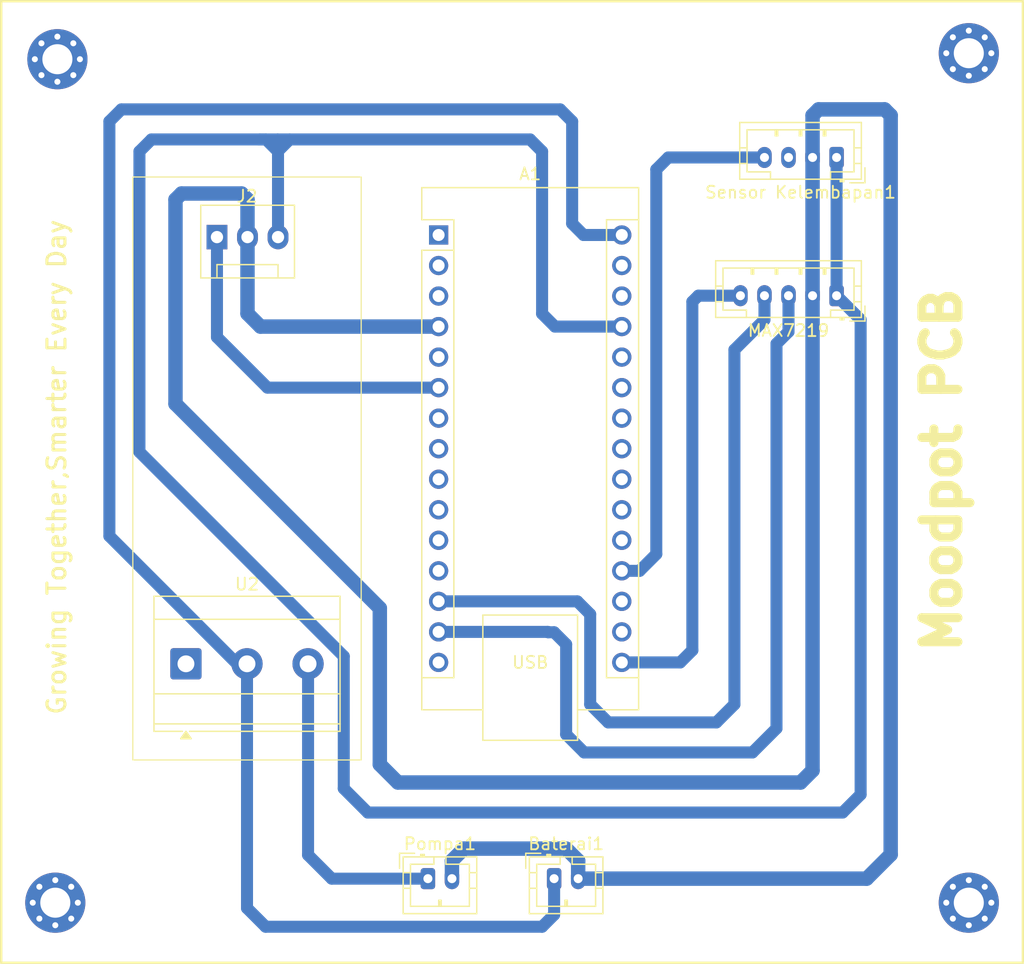
<source format=kicad_pcb>
(kicad_pcb (version 20241229) (generator "pcbnew") (generator_version "9.0")
  (layers (0 "F.Cu" signal) (2 "B.Cu" signal) (13 "F.Paste" user) (15 "B.Paste" user) (5 "F.SilkS" user "F.Silkscreen") (7 "B.SilkS" user "B.Silkscreen") (1 "F.Mask" user) (3 "B.Mask" user) (25 "Edge.Cuts" user))
  (net 0 "")
  (net 9 "DIN")
  (net 10 "A0")
  (net 11 "GND")
  (net 15 "D3")
  (net 17 "CLK")
  (net 23 "CS")
  (net 29 "VCC")
  (net 30 "RELAY_OUT")
  (net 33 "VBATT")
  (footprint "Connector_JST:JST_PH_B4B-PH-K_1x04_P2.00mm_Vertical" (layer "F.Cu") (at 232.5 43.5 180)
    (property "Reference" "Sensor Kelembapan1" (at 3 -2.9 0) (layer "F.SilkS"))
    (property "Value" "~")
    (fp_line (start 8.06 2.91) (end 8.06 -1.81) (stroke (width 0.12)) (layer "F.SilkS"))
    (fp_line (start 8.06 0.8) (end 7.45 0.8) (stroke (width 0.12)) (layer "F.SilkS"))
    (fp_line (start 8.06 -0.5) (end 7.45 -0.5) (stroke (width 0.12)) (layer "F.SilkS"))
    (fp_line (start 8.06 -1.81) (end -2.06 -1.81) (stroke (width 0.12)) (layer "F.SilkS"))
    (fp_line (start 7.45 2.3) (end 7.45 -1.2) (stroke (width 0.12)) (layer "F.SilkS"))
    (fp_line (start 7.45 -1.2) (end 5.5 -1.2) (stroke (width 0.12)) (layer "F.SilkS"))
    (fp_line (start 5.5 -1.2) (end 5.5 -1.81) (stroke (width 0.12)) (layer "F.SilkS"))
    (fp_line (start 5.1 1.8) (end 5.1 2.3) (stroke (width 0.12)) (layer "F.SilkS"))
    (fp_line (start 5 2.3) (end 5 1.8) (stroke (width 0.12)) (layer "F.SilkS"))
    (fp_line (start 4.9 2.3) (end 4.9 1.8) (stroke (width 0.12)) (layer "F.SilkS"))
    (fp_line (start 4.9 1.8) (end 5.1 1.8) (stroke (width 0.12)) (layer "F.SilkS"))
    (fp_line (start 3.1 1.8) (end 3.1 2.3) (stroke (width 0.12)) (layer "F.SilkS"))
    (fp_line (start 3 2.3) (end 3 1.8) (stroke (width 0.12)) (layer "F.SilkS"))
    (fp_line (start 2.9 2.3) (end 2.9 1.8) (stroke (width 0.12)) (layer "F.SilkS"))
    (fp_line (start 2.9 1.8) (end 3.1 1.8) (stroke (width 0.12)) (layer "F.SilkS"))
    (fp_line (start 1.1 1.8) (end 1.1 2.3) (stroke (width 0.12)) (layer "F.SilkS"))
    (fp_line (start 1 2.3) (end 1 1.8) (stroke (width 0.12)) (layer "F.SilkS"))
    (fp_line (start 0.9 2.3) (end 0.9 1.8) (stroke (width 0.12)) (layer "F.SilkS"))
    (fp_line (start 0.9 1.8) (end 1.1 1.8) (stroke (width 0.12)) (layer "F.SilkS"))
    (fp_line (start 0.5 -1.2) (end -1.45 -1.2) (stroke (width 0.12)) (layer "F.SilkS"))
    (fp_line (start 0.5 -1.81) (end 0.5 -1.2) (stroke (width 0.12)) (layer "F.SilkS"))
    (fp_line (start -0.3 -1.81) (end -0.3 -2.01) (stroke (width 0.12)) (layer "F.SilkS"))
    (fp_line (start -0.3 -1.91) (end -0.6 -1.91) (stroke (width 0.12)) (layer "F.SilkS"))
    (fp_line (start -0.3 -2.01) (end -0.6 -2.01) (stroke (width 0.12)) (layer "F.SilkS"))
    (fp_line (start -0.6 -2.01) (end -0.6 -1.81) (stroke (width 0.12)) (layer "F.SilkS"))
    (fp_line (start -1.11 -2.11) (end -2.36 -2.11) (stroke (width 0.12)) (layer "F.SilkS"))
    (fp_line (start -1.45 2.3) (end 7.45 2.3) (stroke (width 0.12)) (layer "F.SilkS"))
    (fp_line (start -1.45 -1.2) (end -1.45 2.3) (stroke (width 0.12)) (layer "F.SilkS"))
    (fp_line (start -2.06 2.91) (end 8.06 2.91) (stroke (width 0.12)) (layer "F.SilkS"))
    (fp_line (start -2.06 0.8) (end -1.45 0.8) (stroke (width 0.12)) (layer "F.SilkS"))
    (fp_line (start -2.06 -0.5) (end -1.45 -0.5) (stroke (width 0.12)) (layer "F.SilkS"))
    (fp_line (start -2.06 -1.81) (end -2.06 2.91) (stroke (width 0.12)) (layer "F.SilkS"))
    (fp_line (start -2.36 -2.11) (end -2.36 -0.86) (stroke (width 0.12)) (layer "F.SilkS"))
    (pad "1" thru_hole roundrect (at 0 0 180) (size 1.2 1.75) (drill 0.75) (layers "*.Cu" "*.Mask") (roundrect_rratio 0.208333) (net 29 "VCC"))
    (pad "2" thru_hole oval (at 2 0 180) (size 1.2 1.75) (drill 0.75) (layers "*.Cu" "*.Mask") (net 11 "GND"))
    (pad "3" thru_hole oval (at 4 0 180) (size 1.2 1.75) (drill 0.75) (layers "*.Cu" "*.Mask"))
    (pad "4" thru_hole oval (at 6 0 180) (size 1.2 1.75) (drill 0.75) (layers "*.Cu" "*.Mask") (net 10 "A0"))
  )
  (footprint "MountingHole:MountingHole_2.5mm_Pad_Via" (layer "F.Cu") (at 243.5 105.5)
    (property "Reference" "REF**" (hide yes))
    (property "Value" "MountingHole_2.5mm_Pad_Via" (hide yes))
    (pad "1" thru_hole circle (at -1.875 0) (size 0.8 0.8) (drill 0.5) (layers "*.Cu" "*.Mask"))
    (pad "1" thru_hole circle (at -1.325825 -1.325825) (size 0.8 0.8) (drill 0.5) (layers "*.Cu" "*.Mask"))
    (pad "1" thru_hole circle (at -1.325825 1.325825) (size 0.8 0.8) (drill 0.5) (layers "*.Cu" "*.Mask"))
    (pad "1" thru_hole circle (at 0 -1.875) (size 0.8 0.8) (drill 0.5) (layers "*.Cu" "*.Mask"))
    (pad "1" thru_hole circle (at 0 0) (size 5 5) (drill 2.5) (layers "*.Cu" "*.Mask"))
    (pad "1" thru_hole circle (at 0 1.875) (size 0.8 0.8) (drill 0.5) (layers "*.Cu" "*.Mask"))
    (pad "1" thru_hole circle (at 1.325825 -1.325825) (size 0.8 0.8) (drill 0.5) (layers "*.Cu" "*.Mask"))
    (pad "1" thru_hole circle (at 1.325825 1.325825) (size 0.8 0.8) (drill 0.5) (layers "*.Cu" "*.Mask"))
    (pad "1" thru_hole circle (at 1.875 0) (size 0.8 0.8) (drill 0.5) (layers "*.Cu" "*.Mask"))
  )
  (footprint "Module:Arduino_Nano_WithMountingHoles" (layer "F.Cu") (at 199.39 49.95)
    (property "Reference" "A1" (at 7.62 -5.08 0) (layer "F.SilkS"))
    (property "Value" "Arduino_Nano_v3.x")
    (fp_line (start -1.4 -3.94) (end -1.4 -1.27) (stroke (width 0.12)) (layer "F.SilkS"))
    (fp_line (start -1.4 1.27) (end -1.4 39.5) (stroke (width 0.12)) (layer "F.SilkS"))
    (fp_line (start -1.4 39.5) (end 3.68 39.5) (stroke (width 0.12)) (layer "F.SilkS"))
    (fp_line (start 1.27 -1.27) (end -1.4 -1.27) (stroke (width 0.12)) (layer "F.SilkS"))
    (fp_line (start 1.27 1.27) (end -1.4 1.27) (stroke (width 0.12)) (layer "F.SilkS"))
    (fp_line (start 1.27 1.27) (end 1.27 -1.27) (stroke (width 0.12)) (layer "F.SilkS"))
    (fp_line (start 1.27 1.27) (end 1.27 36.83) (stroke (width 0.12)) (layer "F.SilkS"))
    (fp_line (start 1.27 36.83) (end -1.4 36.83) (stroke (width 0.12)) (layer "F.SilkS"))
    (fp_line (start 3.68 31.62) (end 11.56 31.62) (stroke (width 0.12)) (layer "F.SilkS"))
    (fp_line (start 3.68 42.04) (end 3.68 31.62) (stroke (width 0.12)) (layer "F.SilkS"))
    (fp_line (start 11.56 31.62) (end 11.56 42.04) (stroke (width 0.12)) (layer "F.SilkS"))
    (fp_line (start 11.56 42.04) (end 3.68 42.04) (stroke (width 0.12)) (layer "F.SilkS"))
    (fp_line (start 13.97 -1.27) (end 13.97 36.83) (stroke (width 0.12)) (layer "F.SilkS"))
    (fp_line (start 13.97 -1.27) (end 16.64 -1.27) (stroke (width 0.12)) (layer "F.SilkS"))
    (fp_line (start 13.97 36.83) (end 16.64 36.83) (stroke (width 0.12)) (layer "F.SilkS"))
    (fp_line (start 16.64 -3.94) (end -1.4 -3.94) (stroke (width 0.12)) (layer "F.SilkS"))
    (fp_line (start 16.64 39.5) (end 11.56 39.5) (stroke (width 0.12)) (layer "F.SilkS"))
    (fp_line (start 16.64 39.5) (end 16.64 -3.94) (stroke (width 0.12)) (layer "F.SilkS"))
    (fp_text user "USB" (at 7.62 35.56 0) (layer "F.SilkS"))
    (pad "" np_thru_hole circle (at 0 -2.54) (size 1.78 1.78) (drill 1.78) (layers "*.Cu" "*.Mask"))
    (pad "" np_thru_hole circle (at 0 38.1) (size 1.78 1.78) (drill 1.78) (layers "*.Cu" "*.Mask"))
    (pad "" np_thru_hole circle (at 15.24 -2.54) (size 1.78 1.78) (drill 1.78) (layers "*.Cu" "*.Mask"))
    (pad "" np_thru_hole circle (at 15.24 38.1) (size 1.78 1.78) (drill 1.78) (layers "*.Cu" "*.Mask"))
    (pad "1" thru_hole rect (at 0 0) (size 1.6 1.6) (drill 1) (layers "*.Cu" "*.Mask"))
    (pad "2" thru_hole oval (at 0 2.54) (size 1.6 1.6) (drill 1) (layers "*.Cu" "*.Mask"))
    (pad "3" thru_hole oval (at 0 5.08) (size 1.6 1.6) (drill 1) (layers "*.Cu" "*.Mask"))
    (pad "4" thru_hole oval (at 0 7.62) (size 1.6 1.6) (drill 1) (layers "*.Cu" "*.Mask") (net 11 "GND"))
    (pad "5" thru_hole oval (at 0 10.16) (size 1.6 1.6) (drill 1) (layers "*.Cu" "*.Mask"))
    (pad "6" thru_hole oval (at 0 12.7) (size 1.6 1.6) (drill 1) (layers "*.Cu" "*.Mask") (net 15 "D3"))
    (pad "7" thru_hole oval (at 0 15.24) (size 1.6 1.6) (drill 1) (layers "*.Cu" "*.Mask"))
    (pad "8" thru_hole oval (at 0 17.78) (size 1.6 1.6) (drill 1) (layers "*.Cu" "*.Mask"))
    (pad "9" thru_hole oval (at 0 20.32) (size 1.6 1.6) (drill 1) (layers "*.Cu" "*.Mask"))
    (pad "10" thru_hole oval (at 0 22.86) (size 1.6 1.6) (drill 1) (layers "*.Cu" "*.Mask"))
    (pad "11" thru_hole oval (at 0 25.4) (size 1.6 1.6) (drill 1) (layers "*.Cu" "*.Mask"))
    (pad "12" thru_hole oval (at 0 27.94) (size 1.6 1.6) (drill 1) (layers "*.Cu" "*.Mask"))
    (pad "13" thru_hole oval (at 0 30.48) (size 1.6 1.6) (drill 1) (layers "*.Cu" "*.Mask") (net 23 "CS"))
    (pad "14" thru_hole oval (at 0 33.02) (size 1.6 1.6) (drill 1) (layers "*.Cu" "*.Mask") (net 9 "DIN"))
    (pad "15" thru_hole oval (at 0 35.56) (size 1.6 1.6) (drill 1) (layers "*.Cu" "*.Mask"))
    (pad "16" thru_hole oval (at 15.24 35.56) (size 1.6 1.6) (drill 1) (layers "*.Cu" "*.Mask") (net 17 "CLK"))
    (pad "17" thru_hole oval (at 15.24 33.02) (size 1.6 1.6) (drill 1) (layers "*.Cu" "*.Mask"))
    (pad "18" thru_hole oval (at 15.24 30.48) (size 1.6 1.6) (drill 1) (layers "*.Cu" "*.Mask"))
    (pad "19" thru_hole oval (at 15.24 27.94) (size 1.6 1.6) (drill 1) (layers "*.Cu" "*.Mask") (net 10 "A0"))
    (pad "20" thru_hole oval (at 15.24 25.4) (size 1.6 1.6) (drill 1) (layers "*.Cu" "*.Mask"))
    (pad "21" thru_hole oval (at 15.24 22.86) (size 1.6 1.6) (drill 1) (layers "*.Cu" "*.Mask"))
    (pad "22" thru_hole oval (at 15.24 20.32) (size 1.6 1.6) (drill 1) (layers "*.Cu" "*.Mask"))
    (pad "23" thru_hole oval (at 15.24 17.78) (size 1.6 1.6) (drill 1) (layers "*.Cu" "*.Mask"))
    (pad "24" thru_hole oval (at 15.24 15.24) (size 1.6 1.6) (drill 1) (layers "*.Cu" "*.Mask"))
    (pad "25" thru_hole oval (at 15.24 12.7) (size 1.6 1.6) (drill 1) (layers "*.Cu" "*.Mask"))
    (pad "26" thru_hole oval (at 15.24 10.16) (size 1.6 1.6) (drill 1) (layers "*.Cu" "*.Mask"))
    (pad "27" thru_hole oval (at 15.24 7.62) (size 1.6 1.6) (drill 1) (layers "*.Cu" "*.Mask") (net 29 "VCC"))
    (pad "28" thru_hole oval (at 15.24 5.08) (size 1.6 1.6) (drill 1) (layers "*.Cu" "*.Mask"))
    (pad "29" thru_hole oval (at 15.24 2.54) (size 1.6 1.6) (drill 1) (layers "*.Cu" "*.Mask"))
    (pad "30" thru_hole oval (at 15.24 0) (size 1.6 1.6) (drill 1) (layers "*.Cu" "*.Mask") (net 33 "VBATT"))
  )
  (footprint "Connector_JST:JST_PH_B2B-PH-K_1x02_P2.00mm_Vertical" (layer "F.Cu") (at 198.5 103.5)
    (property "Reference" "Pompa1" (at 1 -2.9 0) (layer "F.SilkS"))
    (property "Value" "~")
    (fp_line (start -2.36 -2.11) (end -2.36 -0.86) (stroke (width 0.12)) (layer "F.SilkS"))
    (fp_line (start -2.06 -1.81) (end -2.06 2.91) (stroke (width 0.12)) (layer "F.SilkS"))
    (fp_line (start -2.06 -0.5) (end -1.45 -0.5) (stroke (width 0.12)) (layer "F.SilkS"))
    (fp_line (start -2.06 0.8) (end -1.45 0.8) (stroke (width 0.12)) (layer "F.SilkS"))
    (fp_line (start -2.06 2.91) (end 4.06 2.91) (stroke (width 0.12)) (layer "F.SilkS"))
    (fp_line (start -1.45 -1.2) (end -1.45 2.3) (stroke (width 0.12)) (layer "F.SilkS"))
    (fp_line (start -1.45 2.3) (end 3.45 2.3) (stroke (width 0.12)) (layer "F.SilkS"))
    (fp_line (start -1.11 -2.11) (end -2.36 -2.11) (stroke (width 0.12)) (layer "F.SilkS"))
    (fp_line (start -0.6 -2.01) (end -0.6 -1.81) (stroke (width 0.12)) (layer "F.SilkS"))
    (fp_line (start -0.3 -2.01) (end -0.6 -2.01) (stroke (width 0.12)) (layer "F.SilkS"))
    (fp_line (start -0.3 -1.91) (end -0.6 -1.91) (stroke (width 0.12)) (layer "F.SilkS"))
    (fp_line (start -0.3 -1.81) (end -0.3 -2.01) (stroke (width 0.12)) (layer "F.SilkS"))
    (fp_line (start 0.5 -1.81) (end 0.5 -1.2) (stroke (width 0.12)) (layer "F.SilkS"))
    (fp_line (start 0.5 -1.2) (end -1.45 -1.2) (stroke (width 0.12)) (layer "F.SilkS"))
    (fp_line (start 0.9 1.8) (end 1.1 1.8) (stroke (width 0.12)) (layer "F.SilkS"))
    (fp_line (start 0.9 2.3) (end 0.9 1.8) (stroke (width 0.12)) (layer "F.SilkS"))
    (fp_line (start 1 2.3) (end 1 1.8) (stroke (width 0.12)) (layer "F.SilkS"))
    (fp_line (start 1.1 1.8) (end 1.1 2.3) (stroke (width 0.12)) (layer "F.SilkS"))
    (fp_line (start 1.5 -1.2) (end 1.5 -1.81) (stroke (width 0.12)) (layer "F.SilkS"))
    (fp_line (start 3.45 -1.2) (end 1.5 -1.2) (stroke (width 0.12)) (layer "F.SilkS"))
    (fp_line (start 3.45 2.3) (end 3.45 -1.2) (stroke (width 0.12)) (layer "F.SilkS"))
    (fp_line (start 4.06 -1.81) (end -2.06 -1.81) (stroke (width 0.12)) (layer "F.SilkS"))
    (fp_line (start 4.06 -0.5) (end 3.45 -0.5) (stroke (width 0.12)) (layer "F.SilkS"))
    (fp_line (start 4.06 0.8) (end 3.45 0.8) (stroke (width 0.12)) (layer "F.SilkS"))
    (fp_line (start 4.06 2.91) (end 4.06 -1.81) (stroke (width 0.12)) (layer "F.SilkS"))
    (pad "1" thru_hole roundrect (at 0 0) (size 1.2 1.75) (drill 0.75) (layers "*.Cu" "*.Mask") (roundrect_rratio 0.208333) (net 30 "RELAY_OUT"))
    (pad "2" thru_hole oval (at 2 0) (size 1.2 1.75) (drill 0.75) (layers "*.Cu" "*.Mask") (net 11 "GND"))
  )
  (footprint "MountingHole:MountingHole_2.5mm_Pad_Via" (layer "F.Cu") (at 167.674175 35.325825)
    (property "Reference" "REF**" (hide yes))
    (property "Value" "MountingHole_2.5mm_Pad_Via" (hide yes))
    (pad "1" thru_hole circle (at -1.875 0) (size 0.8 0.8) (drill 0.5) (layers "*.Cu" "*.Mask"))
    (pad "1" thru_hole circle (at -1.325825 -1.325825) (size 0.8 0.8) (drill 0.5) (layers "*.Cu" "*.Mask"))
    (pad "1" thru_hole circle (at -1.325825 1.325825) (size 0.8 0.8) (drill 0.5) (layers "*.Cu" "*.Mask"))
    (pad "1" thru_hole circle (at 0 -1.875) (size 0.8 0.8) (drill 0.5) (layers "*.Cu" "*.Mask"))
    (pad "1" thru_hole circle (at 0 0) (size 5 5) (drill 2.5) (layers "*.Cu" "*.Mask"))
    (pad "1" thru_hole circle (at 0 1.875) (size 0.8 0.8) (drill 0.5) (layers "*.Cu" "*.Mask"))
    (pad "1" thru_hole circle (at 1.325825 -1.325825) (size 0.8 0.8) (drill 0.5) (layers "*.Cu" "*.Mask"))
    (pad "1" thru_hole circle (at 1.325825 1.325825) (size 0.8 0.8) (drill 0.5) (layers "*.Cu" "*.Mask"))
    (pad "1" thru_hole circle (at 1.875 0) (size 0.8 0.8) (drill 0.5) (layers "*.Cu" "*.Mask"))
  )
  (footprint "MountingHole:MountingHole_2.5mm_Pad_Via" (layer "F.Cu") (at 167.5 105.5)
    (property "Reference" "REF**" (hide yes))
    (property "Value" "MountingHole_2.5mm_Pad_Via" (hide yes))
    (pad "1" thru_hole circle (at -1.875 0) (size 0.8 0.8) (drill 0.5) (layers "*.Cu" "*.Mask"))
    (pad "1" thru_hole circle (at -1.325825 -1.325825) (size 0.8 0.8) (drill 0.5) (layers "*.Cu" "*.Mask"))
    (pad "1" thru_hole circle (at -1.325825 1.325825) (size 0.8 0.8) (drill 0.5) (layers "*.Cu" "*.Mask"))
    (pad "1" thru_hole circle (at 0 -1.875) (size 0.8 0.8) (drill 0.5) (layers "*.Cu" "*.Mask"))
    (pad "1" thru_hole circle (at 0 0) (size 5 5) (drill 2.5) (layers "*.Cu" "*.Mask"))
    (pad "1" thru_hole circle (at 0 1.875) (size 0.8 0.8) (drill 0.5) (layers "*.Cu" "*.Mask"))
    (pad "1" thru_hole circle (at 1.325825 -1.325825) (size 0.8 0.8) (drill 0.5) (layers "*.Cu" "*.Mask"))
    (pad "1" thru_hole circle (at 1.325825 1.325825) (size 0.8 0.8) (drill 0.5) (layers "*.Cu" "*.Mask"))
    (pad "1" thru_hole circle (at 1.875 0) (size 0.8 0.8) (drill 0.5) (layers "*.Cu" "*.Mask"))
  )
  (footprint "TerminalBlock_MetzConnect:TerminalBlock_MetzConnect_Type073_RT02603HBLU_1x03_P5.08mm_Horizontal" (layer "F.Cu") (at 178.37 85.625)
    (property "Reference" "U2" (at 5.08 -6.62 0) (layer "F.SilkS"))
    (property "Value" "Screw_Terminal_01x03")
    (fp_line (start -2.66 -5.62) (end -2.66 5.62) (stroke (width 0.12)) (layer "F.SilkS"))
    (fp_line (start -2.66 -5.62) (end 12.82 -5.62) (stroke (width 0.12)) (layer "F.SilkS"))
    (fp_line (start -2.66 -3.7) (end 12.82 -3.7) (stroke (width 0.12)) (layer "F.SilkS"))
    (fp_line (start -2.66 2.5) (end 12.82 2.5) (stroke (width 0.12)) (layer "F.SilkS"))
    (fp_line (start -2.66 5) (end 12.82 5) (stroke (width 0.12)) (layer "F.SilkS"))
    (fp_line (start -2.66 5.62) (end -0.3 5.62) (stroke (width 0.12)) (layer "F.SilkS"))
    (fp_line (start 0.3 5.62) (end 12.82 5.62) (stroke (width 0.12)) (layer "F.SilkS"))
    (fp_line (start 12.82 -5.62) (end 12.82 5.62) (stroke (width 0.12)) (layer "F.SilkS"))
    (fp_poly (pts (xy 0 5.62) (xy 0.44 6.23) (xy -0.44 6.23)) (stroke (width 0.12)) (fill yes) (layer "F.SilkS"))
    (pad "1" thru_hole roundrect (at 0 0) (size 2.6 2.6) (drill 1.4) (layers "*.Cu" "*.Mask") (roundrect_rratio 0.096154))
    (pad "2" thru_hole circle (at 5.08 0) (size 2.6 2.6) (drill 1.4) (layers "*.Cu" "*.Mask") (net 33 "VBATT"))
    (pad "3" thru_hole circle (at 10.16 0) (size 2.6 2.6) (drill 1.4) (layers "*.Cu" "*.Mask") (net 30 "RELAY_OUT"))
  )
  (footprint "Connector:FanPinHeader_1x03_P2.54mm_Vertical" (layer "F.Cu") (at 180.95 50.125)
    (property "Reference" "J2" (at 2.5 -3.4 0) (layer "F.SilkS"))
    (property "Value" "Conn_01x03_Pin")
    (fp_line (start -1.35 -2.65) (end 6.45 -2.65) (stroke (width 0.12)) (layer "F.SilkS"))
    (fp_line (start -1.35 3.4) (end -1.35 -2.65) (stroke (width 0.12)) (layer "F.SilkS"))
    (fp_line (start 0 2.29) (end 5.08 2.29) (stroke (width 0.12)) (layer "F.SilkS"))
    (fp_line (start 0 3.3) (end 0 2.29) (stroke (width 0.12)) (layer "F.SilkS"))
    (fp_line (start 5.08 2.29) (end 5.08 3.3) (stroke (width 0.12)) (layer "F.SilkS"))
    (fp_line (start 6.45 -2.65) (end 6.45 3.4) (stroke (width 0.12)) (layer "F.SilkS"))
    (fp_line (start 6.45 3.4) (end -1.35 3.4) (stroke (width 0.12)) (layer "F.SilkS"))
    (pad "1" thru_hole rect (at 0 0 90) (size 2.03 1.73) (drill 1.02) (layers "*.Cu" "*.Mask") (net 15 "D3"))
    (pad "2" thru_hole oval (at 2.54 0 90) (size 2.03 1.73) (drill 1.02) (layers "*.Cu" "*.Mask") (net 11 "GND"))
    (pad "3" thru_hole oval (at 5.08 0 90) (size 2.03 1.73) (drill 1.02) (layers "*.Cu" "*.Mask") (net 29 "VCC"))
  )
  (footprint "Connector_JST:JST_PH_B2B-PH-K_1x02_P2.00mm_Vertical" (layer "F.Cu") (at 209 103.5)
    (property "Reference" "Baterai1" (at 1 -2.9 0) (layer "F.SilkS"))
    (property "Value" "~")
    (fp_line (start -2.36 -2.11) (end -2.36 -0.86) (stroke (width 0.12)) (layer "F.SilkS"))
    (fp_line (start -2.06 -1.81) (end -2.06 2.91) (stroke (width 0.12)) (layer "F.SilkS"))
    (fp_line (start -2.06 -0.5) (end -1.45 -0.5) (stroke (width 0.12)) (layer "F.SilkS"))
    (fp_line (start -2.06 0.8) (end -1.45 0.8) (stroke (width 0.12)) (layer "F.SilkS"))
    (fp_line (start -2.06 2.91) (end 4.06 2.91) (stroke (width 0.12)) (layer "F.SilkS"))
    (fp_line (start -1.45 -1.2) (end -1.45 2.3) (stroke (width 0.12)) (layer "F.SilkS"))
    (fp_line (start -1.45 2.3) (end 3.45 2.3) (stroke (width 0.12)) (layer "F.SilkS"))
    (fp_line (start -1.11 -2.11) (end -2.36 -2.11) (stroke (width 0.12)) (layer "F.SilkS"))
    (fp_line (start -0.6 -2.01) (end -0.6 -1.81) (stroke (width 0.12)) (layer "F.SilkS"))
    (fp_line (start -0.3 -2.01) (end -0.6 -2.01) (stroke (width 0.12)) (layer "F.SilkS"))
    (fp_line (start -0.3 -1.91) (end -0.6 -1.91) (stroke (width 0.12)) (layer "F.SilkS"))
    (fp_line (start -0.3 -1.81) (end -0.3 -2.01) (stroke (width 0.12)) (layer "F.SilkS"))
    (fp_line (start 0.5 -1.81) (end 0.5 -1.2) (stroke (width 0.12)) (layer "F.SilkS"))
    (fp_line (start 0.5 -1.2) (end -1.45 -1.2) (stroke (width 0.12)) (layer "F.SilkS"))
    (fp_line (start 0.9 1.8) (end 1.1 1.8) (stroke (width 0.12)) (layer "F.SilkS"))
    (fp_line (start 0.9 2.3) (end 0.9 1.8) (stroke (width 0.12)) (layer "F.SilkS"))
    (fp_line (start 1 2.3) (end 1 1.8) (stroke (width 0.12)) (layer "F.SilkS"))
    (fp_line (start 1.1 1.8) (end 1.1 2.3) (stroke (width 0.12)) (layer "F.SilkS"))
    (fp_line (start 1.5 -1.2) (end 1.5 -1.81) (stroke (width 0.12)) (layer "F.SilkS"))
    (fp_line (start 3.45 -1.2) (end 1.5 -1.2) (stroke (width 0.12)) (layer "F.SilkS"))
    (fp_line (start 3.45 2.3) (end 3.45 -1.2) (stroke (width 0.12)) (layer "F.SilkS"))
    (fp_line (start 4.06 -1.81) (end -2.06 -1.81) (stroke (width 0.12)) (layer "F.SilkS"))
    (fp_line (start 4.06 -0.5) (end 3.45 -0.5) (stroke (width 0.12)) (layer "F.SilkS"))
    (fp_line (start 4.06 0.8) (end 3.45 0.8) (stroke (width 0.12)) (layer "F.SilkS"))
    (fp_line (start 4.06 2.91) (end 4.06 -1.81) (stroke (width 0.12)) (layer "F.SilkS"))
    (pad "1" thru_hole roundrect (at 0 0) (size 1.2 1.75) (drill 0.75) (layers "*.Cu" "*.Mask") (roundrect_rratio 0.208333) (net 33 "VBATT"))
    (pad "2" thru_hole oval (at 2 0) (size 1.2 1.75) (drill 0.75) (layers "*.Cu" "*.Mask") (net 11 "GND"))
  )
  (footprint "MountingHole:MountingHole_2.5mm_Pad_Via" (layer "F.Cu") (at 243.5 34.825825)
    (property "Reference" "REF**" (hide yes))
    (property "Value" "MountingHole_2.5mm_Pad_Via" (hide yes))
    (pad "1" thru_hole circle (at -1.875 0) (size 0.8 0.8) (drill 0.5) (layers "*.Cu" "*.Mask"))
    (pad "1" thru_hole circle (at -1.325825 -1.325825) (size 0.8 0.8) (drill 0.5) (layers "*.Cu" "*.Mask"))
    (pad "1" thru_hole circle (at -1.325825 1.325825) (size 0.8 0.8) (drill 0.5) (layers "*.Cu" "*.Mask"))
    (pad "1" thru_hole circle (at 0 -1.875) (size 0.8 0.8) (drill 0.5) (layers "*.Cu" "*.Mask"))
    (pad "1" thru_hole circle (at 0 0) (size 5 5) (drill 2.5) (layers "*.Cu" "*.Mask"))
    (pad "1" thru_hole circle (at 0 1.875) (size 0.8 0.8) (drill 0.5) (layers "*.Cu" "*.Mask"))
    (pad "1" thru_hole circle (at 1.325825 -1.325825) (size 0.8 0.8) (drill 0.5) (layers "*.Cu" "*.Mask"))
    (pad "1" thru_hole circle (at 1.325825 1.325825) (size 0.8 0.8) (drill 0.5) (layers "*.Cu" "*.Mask"))
    (pad "1" thru_hole circle (at 1.875 0) (size 0.8 0.8) (drill 0.5) (layers "*.Cu" "*.Mask"))
  )
  (footprint "Connector_JST:JST_PH_B5B-PH-K_1x05_P2.00mm_Vertical" (layer "F.Cu") (at 232.5 55 180)
    (property "Reference" "MAX7219" (at 4 -2.9 0) (layer "F.SilkS"))
    (property "Value" "Conn_01x05_Pin")
    (fp_line (start 10.06 2.91) (end 10.06 -1.81) (stroke (width 0.12)) (layer "F.SilkS"))
    (fp_line (start 10.06 0.8) (end 9.45 0.8) (stroke (width 0.12)) (layer "F.SilkS"))
    (fp_line (start 10.06 -0.5) (end 9.45 -0.5) (stroke (width 0.12)) (layer "F.SilkS"))
    (fp_line (start 10.06 -1.81) (end -2.06 -1.81) (stroke (width 0.12)) (layer "F.SilkS"))
    (fp_line (start 9.45 2.3) (end 9.45 -1.2) (stroke (width 0.12)) (layer "F.SilkS"))
    (fp_line (start 9.45 -1.2) (end 7.5 -1.2) (stroke (width 0.12)) (layer "F.SilkS"))
    (fp_line (start 7.5 -1.2) (end 7.5 -1.81) (stroke (width 0.12)) (layer "F.SilkS"))
    (fp_line (start 7.1 1.8) (end 7.1 2.3) (stroke (width 0.12)) (layer "F.SilkS"))
    (fp_line (start 7 2.3) (end 7 1.8) (stroke (width 0.12)) (layer "F.SilkS"))
    (fp_line (start 6.9 2.3) (end 6.9 1.8) (stroke (width 0.12)) (layer "F.SilkS"))
    (fp_line (start 6.9 1.8) (end 7.1 1.8) (stroke (width 0.12)) (layer "F.SilkS"))
    (fp_line (start 5.1 1.8) (end 5.1 2.3) (stroke (width 0.12)) (layer "F.SilkS"))
    (fp_line (start 5 2.3) (end 5 1.8) (stroke (width 0.12)) (layer "F.SilkS"))
    (fp_line (start 4.9 2.3) (end 4.9 1.8) (stroke (width 0.12)) (layer "F.SilkS"))
    (fp_line (start 4.9 1.8) (end 5.1 1.8) (stroke (width 0.12)) (layer "F.SilkS"))
    (fp_line (start 3.1 1.8) (end 3.1 2.3) (stroke (width 0.12)) (layer "F.SilkS"))
    (fp_line (start 3 2.3) (end 3 1.8) (stroke (width 0.12)) (layer "F.SilkS"))
    (fp_line (start 2.9 2.3) (end 2.9 1.8) (stroke (width 0.12)) (layer "F.SilkS"))
    (fp_line (start 2.9 1.8) (end 3.1 1.8) (stroke (width 0.12)) (layer "F.SilkS"))
    (fp_line (start 1.1 1.8) (end 1.1 2.3) (stroke (width 0.12)) (layer "F.SilkS"))
    (fp_line (start 1 2.3) (end 1 1.8) (stroke (width 0.12)) (layer "F.SilkS"))
    (fp_line (start 0.9 2.3) (end 0.9 1.8) (stroke (width 0.12)) (layer "F.SilkS"))
    (fp_line (start 0.9 1.8) (end 1.1 1.8) (stroke (width 0.12)) (layer "F.SilkS"))
    (fp_line (start 0.5 -1.2) (end -1.45 -1.2) (stroke (width 0.12)) (layer "F.SilkS"))
    (fp_line (start 0.5 -1.81) (end 0.5 -1.2) (stroke (width 0.12)) (layer "F.SilkS"))
    (fp_line (start -0.3 -1.81) (end -0.3 -2.01) (stroke (width 0.12)) (layer "F.SilkS"))
    (fp_line (start -0.3 -1.91) (end -0.6 -1.91) (stroke (width 0.12)) (layer "F.SilkS"))
    (fp_line (start -0.3 -2.01) (end -0.6 -2.01) (stroke (width 0.12)) (layer "F.SilkS"))
    (fp_line (start -0.6 -2.01) (end -0.6 -1.81) (stroke (width 0.12)) (layer "F.SilkS"))
    (fp_line (start -1.11 -2.11) (end -2.36 -2.11) (stroke (width 0.12)) (layer "F.SilkS"))
    (fp_line (start -1.45 2.3) (end 9.45 2.3) (stroke (width 0.12)) (layer "F.SilkS"))
    (fp_line (start -1.45 -1.2) (end -1.45 2.3) (stroke (width 0.12)) (layer "F.SilkS"))
    (fp_line (start -2.06 2.91) (end 10.06 2.91) (stroke (width 0.12)) (layer "F.SilkS"))
    (fp_line (start -2.06 0.8) (end -1.45 0.8) (stroke (width 0.12)) (layer "F.SilkS"))
    (fp_line (start -2.06 -0.5) (end -1.45 -0.5) (stroke (width 0.12)) (layer "F.SilkS"))
    (fp_line (start -2.06 -1.81) (end -2.06 2.91) (stroke (width 0.12)) (layer "F.SilkS"))
    (fp_line (start -2.36 -2.11) (end -2.36 -0.86) (stroke (width 0.12)) (layer "F.SilkS"))
    (pad "1" thru_hole roundrect (at 0 0 180) (size 1.2 1.75) (drill 0.75) (layers "*.Cu" "*.Mask") (roundrect_rratio 0.208333) (net 29 "VCC"))
    (pad "2" thru_hole oval (at 2 0 180) (size 1.2 1.75) (drill 0.75) (layers "*.Cu" "*.Mask") (net 11 "GND"))
    (pad "3" thru_hole oval (at 4 0 180) (size 1.2 1.75) (drill 0.75) (layers "*.Cu" "*.Mask") (net 9 "DIN"))
    (pad "4" thru_hole oval (at 6 0 180) (size 1.2 1.75) (drill 0.75) (layers "*.Cu" "*.Mask") (net 23 "CS"))
    (pad "5" thru_hole oval (at 8 0 180) (size 1.2 1.75) (drill 0.75) (layers "*.Cu" "*.Mask") (net 17 "CLK"))
  )
  (gr_rect (start 173.95 45.125) (end 192.95 93.625) (stroke (width 0.1)) (fill no) (layer "F.SilkS"))
  (gr_rect (start 163 30.5) (end 248 110.5) (stroke (width 0.2)) (fill no) (layer "F.SilkS"))
  (gr_text "Moodpot PCB" (at 243 85 90) (layer "F.SilkS") (effects (font (size 3 3) (thickness 0.75) (bold yes)) (justify left bottom)))
  (gr_text "Growing Together,Smarter Every Day" (at 168.5 90 90) (layer "F.SilkS") (effects (font (size 1.5 1.5) (thickness 0.25) (bold yes)) (justify left bottom)))
  (segment (start 227.5 59) (end 227.5 91) (width 1) (layer "B.Cu") (net 9))
  (segment (start 227.5 91) (end 225.5 93) (width 1) (layer "B.Cu") (net 9))
  (segment (start 228.5 58) (end 227.5 59) (width 1) (layer "B.Cu") (net 9))
  (segment (start 210 84) (end 209 83) (width 1) (layer "B.Cu") (net 9))
  (segment (start 225.5 93) (end 211.5 93) (width 1) (layer "B.Cu") (net 9))
  (segment (start 208.47 82.97) (end 199.39 82.97) (width 1) (layer "B.Cu") (net 9))
  (segment (start 208.5 83) (end 208.47 82.97) (width 1) (layer "B.Cu") (net 9))
  (segment (start 209 83) (end 208.5 83) (width 1) (layer "B.Cu") (net 9))
  (segment (start 210 91.5) (end 210 84) (width 1) (layer "B.Cu") (net 9))
  (segment (start 211.5 93) (end 210 91.5) (width 1) (layer "B.Cu") (net 9))
  (segment (start 228.5 55) (end 228.5 58) (width 1) (layer "B.Cu") (net 9))
  (segment (start 218.5 43.5) (end 217.5 44.5) (width 1) (layer "B.Cu") (net 10))
  (segment (start 216.11 77.89) (end 214.63 77.89) (width 1) (layer "B.Cu") (net 10))
  (segment (start 217.5 76.5) (end 216.11 77.89) (width 1) (layer "B.Cu") (net 10))
  (segment (start 226.5 43.5) (end 218.5 43.5) (width 1) (layer "B.Cu") (net 10))
  (segment (start 217.5 44.5) (end 217.5 76.5) (width 1) (layer "B.Cu") (net 10))
  (segment (start 237 101.5) (end 235 103.5) (width 1.2) (layer "B.Cu") (net 11))
  (segment (start 196 95.5) (end 194.5 94) (width 1.2) (layer "B.Cu") (net 11))
  (segment (start 200.5 102) (end 201.5 101) (width 1.2) (layer "B.Cu") (net 11))
  (segment (start 231 39.5) (end 236.5 39.5) (width 1.2) (layer "B.Cu") (net 11))
  (segment (start 194.5 94) (end 194.5 81) (width 1.2) (layer "B.Cu") (net 11))
  (segment (start 183 46.5) (end 183.49 46.99) (width 1.2) (layer "B.Cu") (net 11))
  (segment (start 230.5 40) (end 231 39.5) (width 1.2) (layer "B.Cu") (net 11))
  (segment (start 177.5 64) (end 177.5 47) (width 1.2) (layer "B.Cu") (net 11))
  (segment (start 210 101) (end 211 102) (width 1.2) (layer "B.Cu") (net 11))
  (segment (start 237 40) (end 237 101.5) (width 1.2) (layer "B.Cu") (net 11))
  (segment (start 200.5 103.5) (end 200.5 102) (width 1.2) (layer "B.Cu") (net 11))
  (segment (start 229.5 95.5) (end 196 95.5) (width 1.2) (layer "B.Cu") (net 11))
  (segment (start 177.5 47) (end 178 46.5) (width 1.2) (layer "B.Cu") (net 11))
  (segment (start 235 103.5) (end 211 103.5) (width 1.2) (layer "B.Cu") (net 11))
  (segment (start 236.5 39.5) (end 237 40) (width 1.2) (layer "B.Cu") (net 11))
  (segment (start 201.5 101) (end 210 101) (width 1.2) (layer "B.Cu") (net 11))
  (segment (start 184.57 57.57) (end 199.39 57.57) (width 1.2) (layer "B.Cu") (net 11))
  (segment (start 230.5 43.5) (end 230.5 55) (width 1.2) (layer "B.Cu") (net 11))
  (segment (start 183.49 50.125) (end 183.49 56.49) (width 1.2) (layer "B.Cu") (net 11))
  (segment (start 230.5 94.5) (end 229.5 95.5) (width 1.2) (layer "B.Cu") (net 11))
  (segment (start 230.5 43.5) (end 230.5 40) (width 1.2) (layer "B.Cu") (net 11))
  (segment (start 183.49 46.99) (end 183.49 50.125) (width 1.2) (layer "B.Cu") (net 11))
  (segment (start 194.5 81) (end 177.5 64) (width 1.2) (layer "B.Cu") (net 11))
  (segment (start 230.5 55) (end 230.5 94.5) (width 1.2) (layer "B.Cu") (net 11))
  (segment (start 178 46.5) (end 183 46.5) (width 1.2) (layer "B.Cu") (net 11))
  (segment (start 183.49 56.49) (end 184.57 57.57) (width 1.2) (layer "B.Cu") (net 11))
  (segment (start 211 102) (end 211 103.5) (width 1.2) (layer "B.Cu") (net 11))
  (segment (start 185.15 62.65) (end 199.39 62.65) (width 1) (layer "B.Cu") (net 15))
  (segment (start 180.95 58.45) (end 185.15 62.65) (width 1) (layer "B.Cu") (net 15))
  (segment (start 180.95 50.125) (end 180.95 58.45) (width 1) (layer "B.Cu") (net 15))
  (segment (start 221 55) (end 220.5 55.5) (width 1) (layer "B.Cu") (net 17))
  (segment (start 220.5 55.5) (end 220.5 84.5) (width 1) (layer "B.Cu") (net 17))
  (segment (start 224.5 55) (end 221 55) (width 1) (layer "B.Cu") (net 17))
  (segment (start 220.5 84.5) (end 219.49 85.51) (width 1) (layer "B.Cu") (net 17))
  (segment (start 219.49 85.51) (end 214.63 85.51) (width 1) (layer "B.Cu") (net 17))
  (segment (start 213.5 90.5) (end 222.5 90.5) (width 1) (layer "B.Cu") (net 23))
  (segment (start 226.5 57) (end 226.5 55) (width 1) (layer "B.Cu") (net 23))
  (segment (start 224 59.5) (end 226.5 57) (width 1) (layer "B.Cu") (net 23))
  (segment (start 212 81.5) (end 212 89) (width 1) (layer "B.Cu") (net 23))
  (segment (start 224 89) (end 224 59.5) (width 1) (layer "B.Cu") (net 23))
  (segment (start 199.39 80.43) (end 210.93 80.43) (width 1) (layer "B.Cu") (net 23))
  (segment (start 222.5 90.5) (end 224 89) (width 1) (layer "B.Cu") (net 23))
  (segment (start 212 89) (end 213.5 90.5) (width 1) (layer "B.Cu") (net 23))
  (segment (start 210.93 80.43) (end 212 81.5) (width 1) (layer "B.Cu") (net 23))
  (segment (start 185.03 42) (end 186.03 43) (width 1) (layer "B.Cu") (net 29))
  (segment (start 186.03 42.97) (end 187 42) (width 1) (layer "B.Cu") (net 29))
  (segment (start 187 42) (end 207 42) (width 1) (layer "B.Cu") (net 29))
  (segment (start 234.5 96.5) (end 233 98) (width 1) (layer "B.Cu") (net 29))
  (segment (start 186.03 42.03) (end 186 42) (width 1) (layer "B.Cu") (net 29))
  (segment (start 186 42) (end 187 42) (width 1) (layer "B.Cu") (net 29))
  (segment (start 208 43) (end 208 56.5) (width 1) (layer "B.Cu") (net 29))
  (segment (start 186.03 43) (end 186.03 42.03) (width 1) (layer "B.Cu") (net 29))
  (segment (start 174.5 68) (end 174.5 43) (width 1) (layer "B.Cu") (net 29))
  (segment (start 193.5 98) (end 191.5 96) (width 1) (layer "B.Cu") (net 29))
  (segment (start 191.5 85) (end 174.5 68) (width 1) (layer "B.Cu") (net 29))
  (segment (start 184.5 42) (end 185.03 42) (width 1) (layer "B.Cu") (net 29))
  (segment (start 186.03 43) (end 186.03 42.97) (width 1) (layer "B.Cu") (net 29))
  (segment (start 174.5 43) (end 175.5 42) (width 1) (layer "B.Cu") (net 29))
  (segment (start 233 98) (end 193.5 98) (width 1) (layer "B.Cu") (net 29))
  (segment (start 209.07 57.57) (end 214.63 57.57) (width 1) (layer "B.Cu") (net 29))
  (segment (start 232.5 43.5) (end 232.5 55) (width 1) (layer "B.Cu") (net 29))
  (segment (start 234.5 57) (end 234.5 96.5) (width 1) (layer "B.Cu") (net 29))
  (segment (start 207 42) (end 208 43) (width 1) (layer "B.Cu") (net 29))
  (segment (start 232.5 55) (end 234.5 57) (width 1) (layer "B.Cu") (net 29))
  (segment (start 175.5 42) (end 184.5 42) (width 1) (layer "B.Cu") (net 29))
  (segment (start 191.5 96) (end 191.5 85) (width 1) (layer "B.Cu") (net 29))
  (segment (start 208 56.5) (end 209.07 57.57) (width 1) (layer "B.Cu") (net 29))
  (segment (start 184.5 42) (end 186 42) (width 1) (layer "B.Cu") (net 29))
  (segment (start 186.03 50.125) (end 186.03 43) (width 1) (layer "B.Cu") (net 29))
  (segment (start 190.5 103.5) (end 198.5 103.5) (width 1) (layer "B.Cu") (net 30))
  (segment (start 188.53 85.625) (end 188.53 101.53) (width 1) (layer "B.Cu") (net 30))
  (segment (start 188.53 101.53) (end 190.5 103.5) (width 1) (layer "B.Cu") (net 30))
  (segment (start 185 107.5) (end 208 107.5) (width 1) (layer "B.Cu") (net 33))
  (segment (start 172 75) (end 172 40.5) (width 1) (layer "B.Cu") (net 33))
  (segment (start 173 39.5) (end 209.5 39.5) (width 1) (layer "B.Cu") (net 33))
  (segment (start 182.625 85.625) (end 172 75) (width 1) (layer "B.Cu") (net 33))
  (segment (start 211.45 49.95) (end 214.63 49.95) (width 1) (layer "B.Cu") (net 33))
  (segment (start 209.5 39.5) (end 210.5 40.5) (width 1) (layer "B.Cu") (net 33))
  (segment (start 183.45 85.625) (end 183.45 105.95) (width 1) (layer "B.Cu") (net 33))
  (segment (start 172 40.5) (end 173 39.5) (width 1) (layer "B.Cu") (net 33))
  (segment (start 210.5 40.5) (end 210.5 49) (width 1) (layer "B.Cu") (net 33))
  (segment (start 208 107.5) (end 209 106.5) (width 1) (layer "B.Cu") (net 33))
  (segment (start 209 106.5) (end 209 103.5) (width 1) (layer "B.Cu") (net 33))
  (segment (start 183.45 105.95) (end 185 107.5) (width 1) (layer "B.Cu") (net 33))
  (segment (start 183.45 85.625) (end 182.625 85.625) (width 1) (layer "B.Cu") (net 33))
  (segment (start 210.5 49) (end 211.45 49.95) (width 1) (layer "B.Cu") (net 33))
)
</source>
